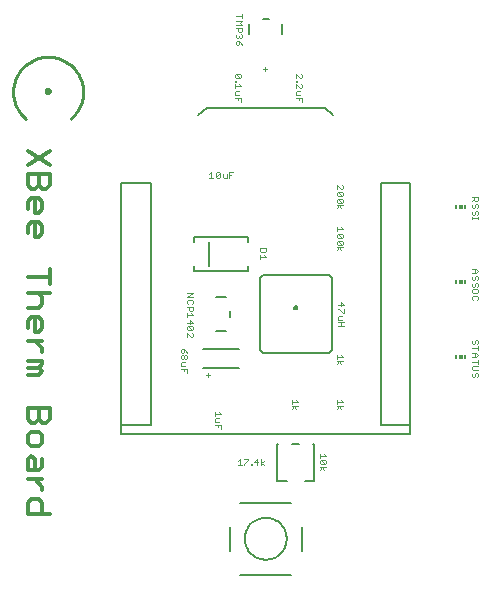
<source format=gto>
G75*
G70*
%OFA0B0*%
%FSLAX24Y24*%
%IPPOS*%
%LPD*%
%AMOC8*
5,1,8,0,0,1.08239X$1,22.5*
%
%ADD10C,0.0100*%
%ADD11C,0.0120*%
%ADD12C,0.0130*%
%ADD13C,0.0040*%
%ADD14C,0.0080*%
%ADD15R,0.0059X0.0118*%
%ADD16R,0.0118X0.0118*%
%ADD17C,0.0050*%
D10*
X001225Y016725D02*
X001174Y016770D01*
X001126Y016818D01*
X001081Y016869D01*
X001039Y016922D01*
X001000Y016978D01*
X000964Y017036D01*
X000932Y017095D01*
X000903Y017157D01*
X000878Y017220D01*
X000857Y017284D01*
X000839Y017350D01*
X000826Y017416D01*
X000816Y017484D01*
X000810Y017551D01*
X000808Y017619D01*
X000810Y017687D01*
X000816Y017754D01*
X000826Y017822D01*
X000839Y017888D01*
X000857Y017954D01*
X000878Y018018D01*
X000903Y018081D01*
X000932Y018143D01*
X000964Y018203D01*
X001000Y018260D01*
X001039Y018316D01*
X001081Y018369D01*
X001126Y018420D01*
X001174Y018468D01*
X001225Y018513D01*
X001278Y018555D01*
X001334Y018594D01*
X001391Y018630D01*
X001451Y018662D01*
X001513Y018691D01*
X001576Y018716D01*
X001640Y018737D01*
X001706Y018755D01*
X001772Y018768D01*
X001840Y018778D01*
X001907Y018784D01*
X001975Y018786D01*
X002043Y018784D01*
X002110Y018778D01*
X002178Y018768D01*
X002244Y018755D01*
X002310Y018737D01*
X002374Y018716D01*
X002437Y018691D01*
X002499Y018662D01*
X002558Y018630D01*
X002616Y018594D01*
X002672Y018555D01*
X002725Y018513D01*
X002776Y018468D01*
X002824Y018420D01*
X002869Y018369D01*
X002911Y018316D01*
X002950Y018260D01*
X002986Y018203D01*
X003018Y018143D01*
X003047Y018081D01*
X003072Y018018D01*
X003093Y017954D01*
X003111Y017888D01*
X003124Y017822D01*
X003134Y017754D01*
X003140Y017687D01*
X003142Y017619D01*
X003140Y017551D01*
X003134Y017484D01*
X003124Y017416D01*
X003111Y017350D01*
X003093Y017284D01*
X003072Y017220D01*
X003047Y017157D01*
X003018Y017095D01*
X002986Y017036D01*
X002950Y016978D01*
X002911Y016922D01*
X002869Y016869D01*
X002824Y016818D01*
X002776Y016770D01*
X002725Y016725D01*
D11*
X001925Y017625D02*
X001927Y017638D01*
X001932Y017651D01*
X001941Y017662D01*
X001952Y017669D01*
X001965Y017674D01*
X001978Y017675D01*
X001992Y017672D01*
X002004Y017666D01*
X002014Y017657D01*
X002021Y017645D01*
X002025Y017632D01*
X002025Y017618D01*
X002021Y017605D01*
X002014Y017593D01*
X002004Y017584D01*
X001992Y017578D01*
X001978Y017575D01*
X001965Y017576D01*
X001952Y017581D01*
X001941Y017588D01*
X001932Y017599D01*
X001927Y017612D01*
X001925Y017625D01*
D12*
X001290Y003924D02*
X001290Y003559D01*
X002021Y003559D01*
X001777Y003559D02*
X001777Y003924D01*
X001655Y004046D01*
X001412Y004046D01*
X001290Y003924D01*
X001777Y004340D02*
X001777Y004462D01*
X001534Y004706D01*
X001777Y004706D02*
X001290Y004706D01*
X001290Y005011D02*
X001290Y005376D01*
X001412Y005498D01*
X001534Y005376D01*
X001534Y005011D01*
X001655Y005011D02*
X001290Y005011D01*
X001655Y005011D02*
X001777Y005132D01*
X001777Y005376D01*
X001655Y005802D02*
X001412Y005802D01*
X001290Y005924D01*
X001290Y006168D01*
X001412Y006289D01*
X001655Y006289D01*
X001777Y006168D01*
X001777Y005924D01*
X001655Y005802D01*
X001534Y006594D02*
X001412Y006594D01*
X001290Y006716D01*
X001290Y007081D01*
X002021Y007081D01*
X002021Y006716D01*
X001899Y006594D01*
X001777Y006594D01*
X001655Y006716D01*
X001655Y007081D01*
X001655Y006716D02*
X001534Y006594D01*
X001655Y008178D02*
X001290Y008178D01*
X001290Y008422D02*
X001655Y008422D01*
X001777Y008300D01*
X001655Y008178D01*
X001655Y008422D02*
X001777Y008543D01*
X001777Y008665D01*
X001290Y008665D01*
X001777Y008960D02*
X001777Y009081D01*
X001534Y009325D01*
X001777Y009325D02*
X001290Y009325D01*
X001534Y009630D02*
X001534Y010117D01*
X001655Y010117D02*
X001777Y009995D01*
X001777Y009752D01*
X001655Y009630D01*
X001534Y009630D01*
X001290Y009752D02*
X001290Y009995D01*
X001412Y010117D01*
X001655Y010117D01*
X001655Y010422D02*
X001290Y010422D01*
X001655Y010422D02*
X001777Y010543D01*
X001777Y010787D01*
X001655Y010909D01*
X001290Y010909D02*
X002021Y010909D01*
X002021Y011214D02*
X002021Y011701D01*
X002021Y011457D02*
X001290Y011457D01*
X001534Y012797D02*
X001534Y013284D01*
X001655Y013284D02*
X001777Y013163D01*
X001777Y012919D01*
X001655Y012797D01*
X001534Y012797D01*
X001290Y012919D02*
X001290Y013163D01*
X001412Y013284D01*
X001655Y013284D01*
X001655Y013589D02*
X001534Y013589D01*
X001534Y014076D01*
X001655Y014076D02*
X001412Y014076D01*
X001290Y013954D01*
X001290Y013711D01*
X001655Y013589D02*
X001777Y013711D01*
X001777Y013954D01*
X001655Y014076D01*
X001534Y014381D02*
X001412Y014381D01*
X001290Y014503D01*
X001290Y014868D01*
X002021Y014868D01*
X002021Y014503D01*
X001899Y014381D01*
X001777Y014381D01*
X001655Y014503D01*
X001655Y014868D01*
X001655Y014503D02*
X001534Y014381D01*
X001290Y015173D02*
X002021Y015660D01*
X002021Y015173D02*
X001290Y015660D01*
D13*
X006595Y010905D02*
X006795Y010905D01*
X006595Y010772D01*
X006795Y010772D01*
X006762Y010684D02*
X006628Y010684D01*
X006595Y010651D01*
X006595Y010584D01*
X006628Y010551D01*
X006595Y010463D02*
X006795Y010463D01*
X006795Y010363D01*
X006762Y010330D01*
X006695Y010330D01*
X006662Y010363D01*
X006662Y010463D01*
X006762Y010551D02*
X006795Y010584D01*
X006795Y010651D01*
X006762Y010684D01*
X006728Y010242D02*
X006795Y010175D01*
X006595Y010175D01*
X006595Y010109D02*
X006595Y010242D01*
X006695Y010021D02*
X006695Y009888D01*
X006595Y009921D02*
X006795Y009921D01*
X006695Y010021D01*
X006628Y009800D02*
X006762Y009667D01*
X006628Y009667D01*
X006595Y009700D01*
X006595Y009767D01*
X006628Y009800D01*
X006762Y009800D01*
X006795Y009767D01*
X006795Y009700D01*
X006762Y009667D01*
X006762Y009579D02*
X006795Y009546D01*
X006795Y009479D01*
X006762Y009446D01*
X006728Y009446D01*
X006595Y009579D01*
X006595Y009446D01*
X006495Y009055D02*
X006428Y009055D01*
X006395Y009022D01*
X006395Y008955D01*
X006428Y008922D01*
X006462Y008922D01*
X006495Y008955D01*
X006495Y009055D01*
X006562Y008988D01*
X006595Y008922D01*
X006562Y008834D02*
X006528Y008834D01*
X006495Y008801D01*
X006495Y008734D01*
X006462Y008701D01*
X006428Y008701D01*
X006395Y008734D01*
X006395Y008801D01*
X006428Y008834D01*
X006462Y008834D01*
X006495Y008801D01*
X006495Y008734D02*
X006528Y008701D01*
X006562Y008701D01*
X006595Y008734D01*
X006595Y008801D01*
X006562Y008834D01*
X006528Y008613D02*
X006428Y008613D01*
X006395Y008580D01*
X006395Y008480D01*
X006528Y008480D01*
X006495Y008392D02*
X006495Y008325D01*
X006595Y008259D02*
X006595Y008392D01*
X006395Y008392D01*
X007228Y008188D02*
X007362Y008188D01*
X007295Y008255D02*
X007295Y008122D01*
X007545Y006955D02*
X007545Y006822D01*
X007545Y006888D02*
X007745Y006888D01*
X007678Y006955D01*
X007678Y006734D02*
X007578Y006734D01*
X007545Y006701D01*
X007545Y006601D01*
X007678Y006601D01*
X007645Y006513D02*
X007645Y006446D01*
X007745Y006380D02*
X007745Y006513D01*
X007545Y006513D01*
X008362Y005395D02*
X008362Y005195D01*
X008428Y005195D02*
X008295Y005195D01*
X008295Y005328D02*
X008362Y005395D01*
X008516Y005395D02*
X008649Y005395D01*
X008649Y005362D01*
X008516Y005228D01*
X008516Y005195D01*
X008737Y005195D02*
X008770Y005195D01*
X008770Y005228D01*
X008737Y005228D01*
X008737Y005195D01*
X008847Y005295D02*
X008948Y005395D01*
X008948Y005195D01*
X008981Y005295D02*
X008847Y005295D01*
X009068Y005262D02*
X009169Y005328D01*
X009068Y005262D02*
X009169Y005195D01*
X009068Y005195D02*
X009068Y005395D01*
X010095Y007034D02*
X010162Y007134D01*
X010228Y007034D01*
X010295Y007134D02*
X010095Y007134D01*
X010095Y007222D02*
X010095Y007355D01*
X010095Y007288D02*
X010295Y007288D01*
X010228Y007355D01*
X011595Y007355D02*
X011595Y007222D01*
X011595Y007288D02*
X011795Y007288D01*
X011728Y007355D01*
X011662Y007134D02*
X011728Y007034D01*
X011662Y007134D02*
X011595Y007034D01*
X011595Y007134D02*
X011795Y007134D01*
X011728Y008534D02*
X011662Y008634D01*
X011595Y008534D01*
X011595Y008634D02*
X011795Y008634D01*
X011795Y008788D02*
X011595Y008788D01*
X011595Y008722D02*
X011595Y008855D01*
X011728Y008855D02*
X011795Y008788D01*
X011745Y009809D02*
X011745Y009942D01*
X011778Y010030D02*
X011645Y010030D01*
X011645Y010130D01*
X011678Y010163D01*
X011778Y010163D01*
X011812Y010251D02*
X011678Y010384D01*
X011645Y010384D01*
X011645Y010505D02*
X011845Y010505D01*
X011745Y010605D01*
X011745Y010472D01*
X011845Y010384D02*
X011845Y010251D01*
X011812Y010251D01*
X011845Y009942D02*
X011645Y009942D01*
X011645Y009809D02*
X011845Y009809D01*
X011728Y012342D02*
X011662Y012442D01*
X011595Y012342D01*
X011595Y012442D02*
X011795Y012442D01*
X011762Y012530D02*
X011628Y012663D01*
X011595Y012630D01*
X011595Y012563D01*
X011628Y012530D01*
X011762Y012530D01*
X011795Y012563D01*
X011795Y012630D01*
X011762Y012663D01*
X011628Y012663D01*
X011628Y012751D02*
X011595Y012784D01*
X011595Y012851D01*
X011628Y012884D01*
X011762Y012751D01*
X011628Y012751D01*
X011628Y012884D02*
X011762Y012884D01*
X011795Y012851D01*
X011795Y012784D01*
X011762Y012751D01*
X011595Y012972D02*
X011595Y013105D01*
X011595Y013038D02*
X011795Y013038D01*
X011728Y013105D01*
X011728Y013742D02*
X011662Y013842D01*
X011595Y013742D01*
X011595Y013842D02*
X011795Y013842D01*
X011762Y013930D02*
X011628Y014063D01*
X011595Y014030D01*
X011595Y013963D01*
X011628Y013930D01*
X011762Y013930D01*
X011795Y013963D01*
X011795Y014030D01*
X011762Y014063D01*
X011628Y014063D01*
X011628Y014151D02*
X011595Y014184D01*
X011595Y014251D01*
X011628Y014284D01*
X011762Y014151D01*
X011628Y014151D01*
X011628Y014284D02*
X011762Y014284D01*
X011795Y014251D01*
X011795Y014184D01*
X011762Y014151D01*
X011762Y014372D02*
X011795Y014405D01*
X011795Y014472D01*
X011762Y014505D01*
X011762Y014372D02*
X011728Y014372D01*
X011595Y014505D01*
X011595Y014372D01*
X009245Y012405D02*
X009245Y012305D01*
X009212Y012272D01*
X009078Y012272D01*
X009045Y012305D01*
X009045Y012405D01*
X009245Y012405D01*
X009178Y012184D02*
X009245Y012117D01*
X009045Y012117D01*
X009045Y012051D02*
X009045Y012184D01*
X008008Y014745D02*
X008008Y014945D01*
X008141Y014945D01*
X008075Y014845D02*
X008008Y014845D01*
X007920Y014878D02*
X007920Y014745D01*
X007820Y014745D01*
X007787Y014778D01*
X007787Y014878D01*
X007699Y014912D02*
X007566Y014778D01*
X007599Y014745D01*
X007666Y014745D01*
X007699Y014778D01*
X007699Y014912D01*
X007666Y014945D01*
X007599Y014945D01*
X007566Y014912D01*
X007566Y014778D01*
X007478Y014745D02*
X007345Y014745D01*
X007412Y014745D02*
X007412Y014945D01*
X007345Y014878D01*
X008395Y017298D02*
X008395Y017432D01*
X008195Y017432D01*
X008195Y017519D02*
X008328Y017519D01*
X008295Y017432D02*
X008295Y017365D01*
X008195Y017519D02*
X008195Y017619D01*
X008228Y017653D01*
X008328Y017653D01*
X008195Y017740D02*
X008195Y017874D01*
X008195Y017807D02*
X008395Y017807D01*
X008328Y017874D01*
X008228Y017951D02*
X008228Y017984D01*
X008195Y017984D01*
X008195Y017951D01*
X008228Y017951D01*
X008228Y018072D02*
X008195Y018105D01*
X008195Y018172D01*
X008228Y018205D01*
X008362Y018072D01*
X008228Y018072D01*
X008228Y018205D02*
X008362Y018205D01*
X008395Y018172D01*
X008395Y018105D01*
X008362Y018072D01*
X009128Y018388D02*
X009262Y018388D01*
X009195Y018455D02*
X009195Y018322D01*
X008445Y019188D02*
X008412Y019254D01*
X008345Y019321D01*
X008345Y019221D01*
X008312Y019188D01*
X008278Y019188D01*
X008245Y019221D01*
X008245Y019288D01*
X008278Y019321D01*
X008345Y019321D01*
X008312Y019409D02*
X008278Y019409D01*
X008245Y019442D01*
X008245Y019509D01*
X008278Y019542D01*
X008345Y019475D02*
X008345Y019442D01*
X008312Y019409D01*
X008345Y019442D02*
X008378Y019409D01*
X008412Y019409D01*
X008445Y019442D01*
X008445Y019509D01*
X008412Y019542D01*
X008412Y019630D02*
X008345Y019630D01*
X008312Y019663D01*
X008312Y019763D01*
X008245Y019763D02*
X008445Y019763D01*
X008445Y019663D01*
X008412Y019630D01*
X008445Y019851D02*
X008245Y019851D01*
X008245Y019984D02*
X008445Y019984D01*
X008378Y019917D01*
X008445Y019851D01*
X008445Y020072D02*
X008445Y020205D01*
X008445Y020138D02*
X008245Y020138D01*
X010245Y018205D02*
X010378Y018072D01*
X010412Y018072D01*
X010445Y018105D01*
X010445Y018172D01*
X010412Y018205D01*
X010245Y018205D02*
X010245Y018072D01*
X010245Y017984D02*
X010245Y017951D01*
X010278Y017951D01*
X010278Y017984D01*
X010245Y017984D01*
X010245Y017874D02*
X010378Y017740D01*
X010412Y017740D01*
X010445Y017773D01*
X010445Y017840D01*
X010412Y017874D01*
X010245Y017874D02*
X010245Y017740D01*
X010278Y017653D02*
X010245Y017619D01*
X010245Y017519D01*
X010378Y017519D01*
X010345Y017432D02*
X010345Y017365D01*
X010245Y017432D02*
X010445Y017432D01*
X010445Y017298D01*
X010378Y017653D02*
X010278Y017653D01*
X016095Y014105D02*
X016295Y014105D01*
X016295Y014005D01*
X016262Y013972D01*
X016195Y013972D01*
X016162Y014005D01*
X016162Y014105D01*
X016162Y014038D02*
X016095Y013972D01*
X016128Y013884D02*
X016095Y013851D01*
X016095Y013784D01*
X016128Y013751D01*
X016162Y013751D01*
X016195Y013784D01*
X016195Y013851D01*
X016228Y013884D01*
X016262Y013884D01*
X016295Y013851D01*
X016295Y013784D01*
X016262Y013751D01*
X016262Y013663D02*
X016228Y013663D01*
X016195Y013630D01*
X016195Y013563D01*
X016162Y013530D01*
X016128Y013530D01*
X016095Y013563D01*
X016095Y013630D01*
X016128Y013663D01*
X016262Y013663D02*
X016295Y013630D01*
X016295Y013563D01*
X016262Y013530D01*
X016295Y013442D02*
X016295Y013375D01*
X016295Y013409D02*
X016095Y013409D01*
X016095Y013442D02*
X016095Y013375D01*
X016095Y011705D02*
X016228Y011705D01*
X016295Y011638D01*
X016228Y011572D01*
X016095Y011572D01*
X016128Y011484D02*
X016095Y011451D01*
X016095Y011384D01*
X016128Y011351D01*
X016162Y011351D01*
X016195Y011384D01*
X016195Y011451D01*
X016228Y011484D01*
X016262Y011484D01*
X016295Y011451D01*
X016295Y011384D01*
X016262Y011351D01*
X016262Y011263D02*
X016228Y011263D01*
X016195Y011230D01*
X016195Y011163D01*
X016162Y011130D01*
X016128Y011130D01*
X016095Y011163D01*
X016095Y011230D01*
X016128Y011263D01*
X016262Y011263D02*
X016295Y011230D01*
X016295Y011163D01*
X016262Y011130D01*
X016262Y011042D02*
X016128Y011042D01*
X016095Y011009D01*
X016095Y010942D01*
X016128Y010909D01*
X016262Y010909D01*
X016295Y010942D01*
X016295Y011009D01*
X016262Y011042D01*
X016262Y010821D02*
X016128Y010821D01*
X016095Y010788D01*
X016095Y010721D01*
X016128Y010688D01*
X016262Y010688D02*
X016295Y010721D01*
X016295Y010788D01*
X016262Y010821D01*
X016195Y011572D02*
X016195Y011705D01*
X016228Y009355D02*
X016195Y009322D01*
X016195Y009255D01*
X016162Y009222D01*
X016128Y009222D01*
X016095Y009255D01*
X016095Y009322D01*
X016128Y009355D01*
X016228Y009355D02*
X016262Y009355D01*
X016295Y009322D01*
X016295Y009255D01*
X016262Y009222D01*
X016295Y009134D02*
X016295Y009001D01*
X016295Y009067D02*
X016095Y009067D01*
X016095Y008913D02*
X016228Y008913D01*
X016295Y008846D01*
X016228Y008780D01*
X016095Y008780D01*
X016195Y008780D02*
X016195Y008913D01*
X016295Y008692D02*
X016295Y008559D01*
X016295Y008625D02*
X016095Y008625D01*
X016128Y008471D02*
X016095Y008438D01*
X016095Y008371D01*
X016128Y008338D01*
X016295Y008338D01*
X016262Y008250D02*
X016228Y008250D01*
X016195Y008217D01*
X016195Y008150D01*
X016162Y008117D01*
X016128Y008117D01*
X016095Y008150D01*
X016095Y008217D01*
X016128Y008250D01*
X016262Y008250D02*
X016295Y008217D01*
X016295Y008150D01*
X016262Y008117D01*
X016295Y008471D02*
X016128Y008471D01*
X011245Y005488D02*
X011045Y005488D01*
X011045Y005422D02*
X011045Y005555D01*
X011178Y005555D02*
X011245Y005488D01*
X011212Y005334D02*
X011078Y005334D01*
X011212Y005201D01*
X011078Y005201D01*
X011045Y005234D01*
X011045Y005301D01*
X011078Y005334D01*
X011212Y005334D02*
X011245Y005301D01*
X011245Y005234D01*
X011212Y005201D01*
X011245Y005113D02*
X011045Y005113D01*
X011112Y005113D02*
X011178Y005013D01*
X011112Y005113D02*
X011045Y005013D01*
D14*
X010075Y003925D02*
X008375Y003925D01*
X008025Y003130D02*
X008025Y002325D01*
X008375Y001525D02*
X010075Y001525D01*
X010425Y002325D02*
X010425Y003118D01*
X008525Y002725D02*
X008527Y002777D01*
X008533Y002829D01*
X008543Y002881D01*
X008556Y002931D01*
X008573Y002981D01*
X008594Y003029D01*
X008619Y003075D01*
X008647Y003119D01*
X008678Y003161D01*
X008712Y003201D01*
X008749Y003238D01*
X008789Y003272D01*
X008831Y003303D01*
X008875Y003331D01*
X008921Y003356D01*
X008969Y003377D01*
X009019Y003394D01*
X009069Y003407D01*
X009121Y003417D01*
X009173Y003423D01*
X009225Y003425D01*
X009277Y003423D01*
X009329Y003417D01*
X009381Y003407D01*
X009431Y003394D01*
X009481Y003377D01*
X009529Y003356D01*
X009575Y003331D01*
X009619Y003303D01*
X009661Y003272D01*
X009701Y003238D01*
X009738Y003201D01*
X009772Y003161D01*
X009803Y003119D01*
X009831Y003075D01*
X009856Y003029D01*
X009877Y002981D01*
X009894Y002931D01*
X009907Y002881D01*
X009917Y002829D01*
X009923Y002777D01*
X009925Y002725D01*
X009923Y002673D01*
X009917Y002621D01*
X009907Y002569D01*
X009894Y002519D01*
X009877Y002469D01*
X009856Y002421D01*
X009831Y002375D01*
X009803Y002331D01*
X009772Y002289D01*
X009738Y002249D01*
X009701Y002212D01*
X009661Y002178D01*
X009619Y002147D01*
X009575Y002119D01*
X009529Y002094D01*
X009481Y002073D01*
X009431Y002056D01*
X009381Y002043D01*
X009329Y002033D01*
X009277Y002027D01*
X009225Y002025D01*
X009173Y002027D01*
X009121Y002033D01*
X009069Y002043D01*
X009019Y002056D01*
X008969Y002073D01*
X008921Y002094D01*
X008875Y002119D01*
X008831Y002147D01*
X008789Y002178D01*
X008749Y002212D01*
X008712Y002249D01*
X008678Y002289D01*
X008647Y002331D01*
X008619Y002375D01*
X008594Y002421D01*
X008573Y002469D01*
X008556Y002519D01*
X008543Y002569D01*
X008533Y002621D01*
X008527Y002673D01*
X008525Y002725D01*
X005386Y006520D02*
X005386Y014591D01*
X004402Y014591D01*
X004402Y006520D01*
X004402Y006225D01*
X014048Y006225D01*
X014048Y006520D01*
X013064Y006520D01*
X013064Y014591D01*
X014048Y014591D01*
X014048Y006520D01*
X011425Y009025D02*
X011325Y008925D01*
X009125Y008925D01*
X009025Y009025D01*
X009025Y011325D01*
X009025Y011425D01*
X009125Y011525D01*
X011325Y011525D01*
X011425Y011425D01*
X011425Y009025D01*
X010175Y010425D02*
X010177Y010438D01*
X010182Y010451D01*
X010191Y010462D01*
X010202Y010469D01*
X010215Y010474D01*
X010228Y010475D01*
X010242Y010472D01*
X010254Y010466D01*
X010264Y010457D01*
X010271Y010445D01*
X010275Y010432D01*
X010275Y010418D01*
X010271Y010405D01*
X010264Y010393D01*
X010254Y010384D01*
X010242Y010378D01*
X010228Y010375D01*
X010215Y010376D01*
X010202Y010381D01*
X010191Y010388D01*
X010182Y010399D01*
X010177Y010412D01*
X010175Y010425D01*
X008631Y011654D02*
X006819Y011654D01*
X006819Y011831D01*
X007331Y011831D02*
X007331Y012619D01*
X006819Y012619D02*
X006819Y012796D01*
X008631Y012796D01*
X008631Y012619D01*
X008631Y011831D02*
X008631Y011654D01*
X007894Y010785D02*
X007556Y010785D01*
X008044Y010331D02*
X008044Y010119D01*
X007894Y009665D02*
X007556Y009665D01*
X007121Y009039D02*
X008329Y009039D01*
X008329Y008411D02*
X007121Y008411D01*
X005386Y006520D02*
X004402Y006520D01*
X006981Y016855D02*
X007256Y017091D01*
X011194Y017091D01*
X011469Y016855D01*
X009785Y019556D02*
X009785Y019894D01*
X009331Y020044D02*
X009119Y020044D01*
X008665Y019894D02*
X008665Y019556D01*
D15*
X015577Y013784D03*
X015873Y013784D03*
X015873Y011284D03*
X015577Y011284D03*
X015577Y008784D03*
X015873Y008784D03*
D16*
X015725Y008784D03*
X015725Y011284D03*
X015725Y013784D03*
D17*
X010835Y005875D02*
X010816Y005875D01*
X010835Y005875D02*
X010835Y004654D01*
X010520Y004654D01*
X009930Y004654D02*
X009615Y004654D01*
X009615Y005875D01*
X009634Y005875D01*
X010107Y005875D02*
X010343Y005875D01*
M02*

</source>
